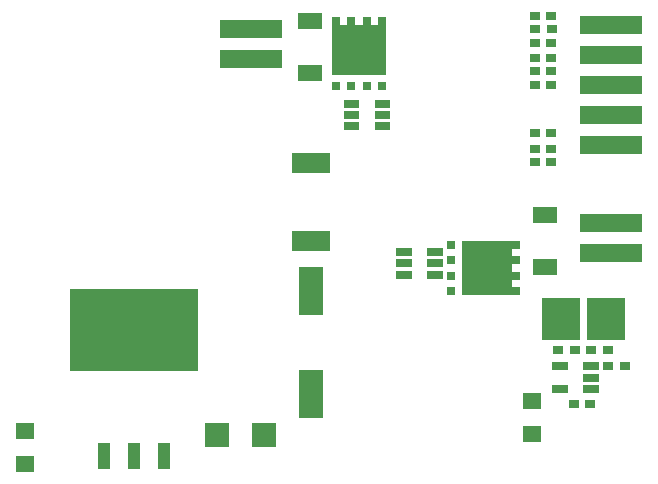
<source format=gbr>
G04 EAGLE Gerber X2 export*
%TF.Part,Single*%
%TF.FileFunction,Paste,Top*%
%TF.FilePolarity,Positive*%
%TF.GenerationSoftware,Autodesk,EAGLE,9.1.3*%
%TF.CreationDate,2018-10-12T19:53:35Z*%
G75*
%MOMM*%
%FSLAX34Y34*%
%LPD*%
%AMOC8*
5,1,8,0,0,1.08239X$1,22.5*%
G01*
%ADD10R,3.175000X1.778000*%
%ADD11R,2.000000X4.100000*%
%ADD12R,1.600000X1.400000*%
%ADD13R,2.000000X2.000000*%
%ADD14R,10.800000X7.000000*%
%ADD15R,1.070000X2.160000*%
%ADD16R,5.330000X1.650000*%
%ADD17R,0.900000X0.800000*%
%ADD18C,0.050800*%
%ADD19R,3.250000X3.600000*%
%ADD20R,0.750000X0.650000*%
%ADD21R,4.300000X4.550000*%
%ADD22R,0.650000X0.650000*%
%ADD23R,2.000000X1.400000*%
%ADD24R,0.650000X0.750000*%
%ADD25R,4.550000X4.300000*%


D10*
X330454Y272288D03*
X330454Y338328D03*
D11*
X330454Y142936D03*
X330454Y229936D03*
D12*
X88138Y83536D03*
X88138Y111536D03*
D13*
X250764Y108458D03*
X290764Y108458D03*
D14*
X180340Y197410D03*
D15*
X205740Y90710D03*
X154940Y90710D03*
X180340Y90710D03*
D16*
X584234Y354076D03*
X584234Y379476D03*
X584234Y404876D03*
X584234Y430276D03*
X584234Y455676D03*
D17*
X533796Y364236D03*
X519796Y364236D03*
X533796Y404368D03*
X519796Y404368D03*
X533796Y439928D03*
X519796Y439928D03*
X533796Y350774D03*
X519796Y350774D03*
X533796Y416306D03*
X519796Y416306D03*
X534050Y451866D03*
X520050Y451866D03*
X533542Y463296D03*
X519542Y463296D03*
X533542Y427482D03*
X519542Y427482D03*
X533542Y339344D03*
X519542Y339344D03*
D16*
X583980Y262636D03*
X583980Y288036D03*
D18*
X572816Y150647D02*
X560624Y150647D01*
X572816Y150647D02*
X572816Y144805D01*
X560624Y144805D01*
X560624Y150647D01*
X560624Y145288D02*
X572816Y145288D01*
X572816Y145771D02*
X560624Y145771D01*
X560624Y146254D02*
X572816Y146254D01*
X572816Y146737D02*
X560624Y146737D01*
X560624Y147220D02*
X572816Y147220D01*
X572816Y147703D02*
X560624Y147703D01*
X560624Y148186D02*
X572816Y148186D01*
X572816Y148669D02*
X560624Y148669D01*
X560624Y149152D02*
X572816Y149152D01*
X572816Y149635D02*
X560624Y149635D01*
X560624Y150118D02*
X572816Y150118D01*
X572816Y150601D02*
X560624Y150601D01*
X560624Y160147D02*
X572816Y160147D01*
X572816Y154305D01*
X560624Y154305D01*
X560624Y160147D01*
X560624Y154788D02*
X572816Y154788D01*
X572816Y155271D02*
X560624Y155271D01*
X560624Y155754D02*
X572816Y155754D01*
X572816Y156237D02*
X560624Y156237D01*
X560624Y156720D02*
X572816Y156720D01*
X572816Y157203D02*
X560624Y157203D01*
X560624Y157686D02*
X572816Y157686D01*
X572816Y158169D02*
X560624Y158169D01*
X560624Y158652D02*
X572816Y158652D01*
X572816Y159135D02*
X560624Y159135D01*
X560624Y159618D02*
X572816Y159618D01*
X572816Y160101D02*
X560624Y160101D01*
X560624Y169647D02*
X572816Y169647D01*
X572816Y163805D01*
X560624Y163805D01*
X560624Y169647D01*
X560624Y164288D02*
X572816Y164288D01*
X572816Y164771D02*
X560624Y164771D01*
X560624Y165254D02*
X572816Y165254D01*
X572816Y165737D02*
X560624Y165737D01*
X560624Y166220D02*
X572816Y166220D01*
X572816Y166703D02*
X560624Y166703D01*
X560624Y167186D02*
X572816Y167186D01*
X572816Y167669D02*
X560624Y167669D01*
X560624Y168152D02*
X572816Y168152D01*
X572816Y168635D02*
X560624Y168635D01*
X560624Y169118D02*
X572816Y169118D01*
X572816Y169601D02*
X560624Y169601D01*
X546816Y150647D02*
X534624Y150647D01*
X546816Y150647D02*
X546816Y144805D01*
X534624Y144805D01*
X534624Y150647D01*
X534624Y145288D02*
X546816Y145288D01*
X546816Y145771D02*
X534624Y145771D01*
X534624Y146254D02*
X546816Y146254D01*
X546816Y146737D02*
X534624Y146737D01*
X534624Y147220D02*
X546816Y147220D01*
X546816Y147703D02*
X534624Y147703D01*
X534624Y148186D02*
X546816Y148186D01*
X546816Y148669D02*
X534624Y148669D01*
X534624Y149152D02*
X546816Y149152D01*
X546816Y149635D02*
X534624Y149635D01*
X534624Y150118D02*
X546816Y150118D01*
X546816Y150601D02*
X534624Y150601D01*
X534624Y169647D02*
X546816Y169647D01*
X546816Y163805D01*
X534624Y163805D01*
X534624Y169647D01*
X534624Y164288D02*
X546816Y164288D01*
X546816Y164771D02*
X534624Y164771D01*
X534624Y165254D02*
X546816Y165254D01*
X546816Y165737D02*
X534624Y165737D01*
X534624Y166220D02*
X546816Y166220D01*
X546816Y166703D02*
X534624Y166703D01*
X534624Y167186D02*
X546816Y167186D01*
X546816Y167669D02*
X534624Y167669D01*
X534624Y168152D02*
X546816Y168152D01*
X546816Y168635D02*
X534624Y168635D01*
X534624Y169118D02*
X546816Y169118D01*
X546816Y169601D02*
X534624Y169601D01*
D19*
X541836Y206502D03*
X580336Y206502D03*
D17*
X581548Y180594D03*
X567548Y180594D03*
X553608Y180340D03*
X539608Y180340D03*
X581772Y166624D03*
X595772Y166624D03*
X552562Y134112D03*
X566562Y134112D03*
D20*
X448310Y269124D03*
X448310Y256124D03*
X448310Y243124D03*
X448310Y230124D03*
D21*
X479060Y249624D03*
D22*
X503810Y230124D03*
X503810Y243124D03*
X503810Y256124D03*
X503810Y269124D03*
D23*
X528066Y250542D03*
X528066Y294542D03*
D24*
X351340Y403590D03*
X364340Y403590D03*
X377340Y403590D03*
X390340Y403590D03*
D25*
X370840Y434340D03*
D22*
X390340Y459090D03*
X377340Y459090D03*
X364340Y459090D03*
X351340Y459090D03*
D23*
X328930Y458880D03*
X328930Y414880D03*
D16*
X279620Y452120D03*
X279620Y426720D03*
D18*
X384094Y373151D02*
X396286Y373151D01*
X396286Y367309D01*
X384094Y367309D01*
X384094Y373151D01*
X384094Y367792D02*
X396286Y367792D01*
X396286Y368275D02*
X384094Y368275D01*
X384094Y368758D02*
X396286Y368758D01*
X396286Y369241D02*
X384094Y369241D01*
X384094Y369724D02*
X396286Y369724D01*
X396286Y370207D02*
X384094Y370207D01*
X384094Y370690D02*
X396286Y370690D01*
X396286Y371173D02*
X384094Y371173D01*
X384094Y371656D02*
X396286Y371656D01*
X396286Y372139D02*
X384094Y372139D01*
X384094Y372622D02*
X396286Y372622D01*
X396286Y373105D02*
X384094Y373105D01*
X384094Y382651D02*
X396286Y382651D01*
X396286Y376809D01*
X384094Y376809D01*
X384094Y382651D01*
X384094Y377292D02*
X396286Y377292D01*
X396286Y377775D02*
X384094Y377775D01*
X384094Y378258D02*
X396286Y378258D01*
X396286Y378741D02*
X384094Y378741D01*
X384094Y379224D02*
X396286Y379224D01*
X396286Y379707D02*
X384094Y379707D01*
X384094Y380190D02*
X396286Y380190D01*
X396286Y380673D02*
X384094Y380673D01*
X384094Y381156D02*
X396286Y381156D01*
X396286Y381639D02*
X384094Y381639D01*
X384094Y382122D02*
X396286Y382122D01*
X396286Y382605D02*
X384094Y382605D01*
X384094Y392151D02*
X396286Y392151D01*
X396286Y386309D01*
X384094Y386309D01*
X384094Y392151D01*
X384094Y386792D02*
X396286Y386792D01*
X396286Y387275D02*
X384094Y387275D01*
X384094Y387758D02*
X396286Y387758D01*
X396286Y388241D02*
X384094Y388241D01*
X384094Y388724D02*
X396286Y388724D01*
X396286Y389207D02*
X384094Y389207D01*
X384094Y389690D02*
X396286Y389690D01*
X396286Y390173D02*
X384094Y390173D01*
X384094Y390656D02*
X396286Y390656D01*
X396286Y391139D02*
X384094Y391139D01*
X384094Y391622D02*
X396286Y391622D01*
X396286Y392105D02*
X384094Y392105D01*
X370286Y373151D02*
X358094Y373151D01*
X370286Y373151D02*
X370286Y367309D01*
X358094Y367309D01*
X358094Y373151D01*
X358094Y367792D02*
X370286Y367792D01*
X370286Y368275D02*
X358094Y368275D01*
X358094Y368758D02*
X370286Y368758D01*
X370286Y369241D02*
X358094Y369241D01*
X358094Y369724D02*
X370286Y369724D01*
X370286Y370207D02*
X358094Y370207D01*
X358094Y370690D02*
X370286Y370690D01*
X370286Y371173D02*
X358094Y371173D01*
X358094Y371656D02*
X370286Y371656D01*
X370286Y372139D02*
X358094Y372139D01*
X358094Y372622D02*
X370286Y372622D01*
X370286Y373105D02*
X358094Y373105D01*
X358094Y392151D02*
X370286Y392151D01*
X370286Y386309D01*
X358094Y386309D01*
X358094Y392151D01*
X358094Y386792D02*
X370286Y386792D01*
X370286Y387275D02*
X358094Y387275D01*
X358094Y387758D02*
X370286Y387758D01*
X370286Y388241D02*
X358094Y388241D01*
X358094Y388724D02*
X370286Y388724D01*
X370286Y389207D02*
X358094Y389207D01*
X358094Y389690D02*
X370286Y389690D01*
X370286Y390173D02*
X358094Y390173D01*
X358094Y390656D02*
X370286Y390656D01*
X370286Y391139D02*
X358094Y391139D01*
X358094Y391622D02*
X370286Y391622D01*
X370286Y392105D02*
X358094Y392105D01*
X358094Y382651D02*
X370286Y382651D01*
X370286Y376809D01*
X358094Y376809D01*
X358094Y382651D01*
X358094Y377292D02*
X370286Y377292D01*
X370286Y377775D02*
X358094Y377775D01*
X358094Y378258D02*
X370286Y378258D01*
X370286Y378741D02*
X358094Y378741D01*
X358094Y379224D02*
X370286Y379224D01*
X370286Y379707D02*
X358094Y379707D01*
X358094Y380190D02*
X370286Y380190D01*
X370286Y380673D02*
X358094Y380673D01*
X358094Y381156D02*
X370286Y381156D01*
X370286Y381639D02*
X358094Y381639D01*
X358094Y382122D02*
X370286Y382122D01*
X370286Y382605D02*
X358094Y382605D01*
X402544Y260579D02*
X414736Y260579D01*
X402544Y260579D02*
X402544Y266421D01*
X414736Y266421D01*
X414736Y260579D01*
X414736Y261062D02*
X402544Y261062D01*
X402544Y261545D02*
X414736Y261545D01*
X414736Y262028D02*
X402544Y262028D01*
X402544Y262511D02*
X414736Y262511D01*
X414736Y262994D02*
X402544Y262994D01*
X402544Y263477D02*
X414736Y263477D01*
X414736Y263960D02*
X402544Y263960D01*
X402544Y264443D02*
X414736Y264443D01*
X414736Y264926D02*
X402544Y264926D01*
X402544Y265409D02*
X414736Y265409D01*
X414736Y265892D02*
X402544Y265892D01*
X402544Y266375D02*
X414736Y266375D01*
X414736Y251079D02*
X402544Y251079D01*
X402544Y256921D01*
X414736Y256921D01*
X414736Y251079D01*
X414736Y251562D02*
X402544Y251562D01*
X402544Y252045D02*
X414736Y252045D01*
X414736Y252528D02*
X402544Y252528D01*
X402544Y253011D02*
X414736Y253011D01*
X414736Y253494D02*
X402544Y253494D01*
X402544Y253977D02*
X414736Y253977D01*
X414736Y254460D02*
X402544Y254460D01*
X402544Y254943D02*
X414736Y254943D01*
X414736Y255426D02*
X402544Y255426D01*
X402544Y255909D02*
X414736Y255909D01*
X414736Y256392D02*
X402544Y256392D01*
X402544Y256875D02*
X414736Y256875D01*
X414736Y241579D02*
X402544Y241579D01*
X402544Y247421D01*
X414736Y247421D01*
X414736Y241579D01*
X414736Y242062D02*
X402544Y242062D01*
X402544Y242545D02*
X414736Y242545D01*
X414736Y243028D02*
X402544Y243028D01*
X402544Y243511D02*
X414736Y243511D01*
X414736Y243994D02*
X402544Y243994D01*
X402544Y244477D02*
X414736Y244477D01*
X414736Y244960D02*
X402544Y244960D01*
X402544Y245443D02*
X414736Y245443D01*
X414736Y245926D02*
X402544Y245926D01*
X402544Y246409D02*
X414736Y246409D01*
X414736Y246892D02*
X402544Y246892D01*
X402544Y247375D02*
X414736Y247375D01*
X428544Y260579D02*
X440736Y260579D01*
X428544Y260579D02*
X428544Y266421D01*
X440736Y266421D01*
X440736Y260579D01*
X440736Y261062D02*
X428544Y261062D01*
X428544Y261545D02*
X440736Y261545D01*
X440736Y262028D02*
X428544Y262028D01*
X428544Y262511D02*
X440736Y262511D01*
X440736Y262994D02*
X428544Y262994D01*
X428544Y263477D02*
X440736Y263477D01*
X440736Y263960D02*
X428544Y263960D01*
X428544Y264443D02*
X440736Y264443D01*
X440736Y264926D02*
X428544Y264926D01*
X428544Y265409D02*
X440736Y265409D01*
X440736Y265892D02*
X428544Y265892D01*
X428544Y266375D02*
X440736Y266375D01*
X440736Y241579D02*
X428544Y241579D01*
X428544Y247421D01*
X440736Y247421D01*
X440736Y241579D01*
X440736Y242062D02*
X428544Y242062D01*
X428544Y242545D02*
X440736Y242545D01*
X440736Y243028D02*
X428544Y243028D01*
X428544Y243511D02*
X440736Y243511D01*
X440736Y243994D02*
X428544Y243994D01*
X428544Y244477D02*
X440736Y244477D01*
X440736Y244960D02*
X428544Y244960D01*
X428544Y245443D02*
X440736Y245443D01*
X440736Y245926D02*
X428544Y245926D01*
X428544Y246409D02*
X440736Y246409D01*
X440736Y246892D02*
X428544Y246892D01*
X428544Y247375D02*
X440736Y247375D01*
X440736Y251079D02*
X428544Y251079D01*
X428544Y256921D01*
X440736Y256921D01*
X440736Y251079D01*
X440736Y251562D02*
X428544Y251562D01*
X428544Y252045D02*
X440736Y252045D01*
X440736Y252528D02*
X428544Y252528D01*
X428544Y253011D02*
X440736Y253011D01*
X440736Y253494D02*
X428544Y253494D01*
X428544Y253977D02*
X440736Y253977D01*
X440736Y254460D02*
X428544Y254460D01*
X428544Y254943D02*
X440736Y254943D01*
X440736Y255426D02*
X428544Y255426D01*
X428544Y255909D02*
X440736Y255909D01*
X440736Y256392D02*
X428544Y256392D01*
X428544Y256875D02*
X440736Y256875D01*
D12*
X517280Y109340D03*
X517280Y137340D03*
M02*

</source>
